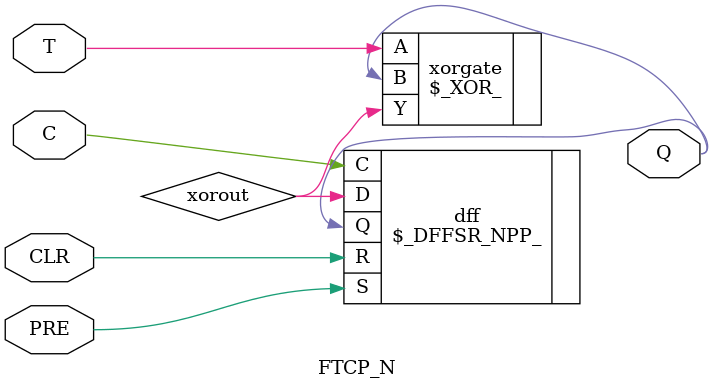
<source format=v>
module FTCP (C, PRE, CLR, T, Q);
	input C, PRE, CLR, T;
	output wire Q;

	wire xorout;

	$_XOR_ xorgate (
		.A(T),
		.B(Q),
		.Y(xorout),
	);

	$_DFFSR_PPP_ dff (
		.C(C),
		.D(xorout),
		.Q(Q),
		.S(PRE),
		.R(CLR),
	);
endmodule

module FTCP_N (C, PRE, CLR, T, Q);
	input C, PRE, CLR, T;
	output wire Q;

	wire xorout;

	$_XOR_ xorgate (
		.A(T),
		.B(Q),
		.Y(xorout),
	);

	$_DFFSR_NPP_ dff (
		.C(C),
		.D(xorout),
		.Q(Q),
		.S(PRE),
		.R(CLR),
	);
endmodule

</source>
